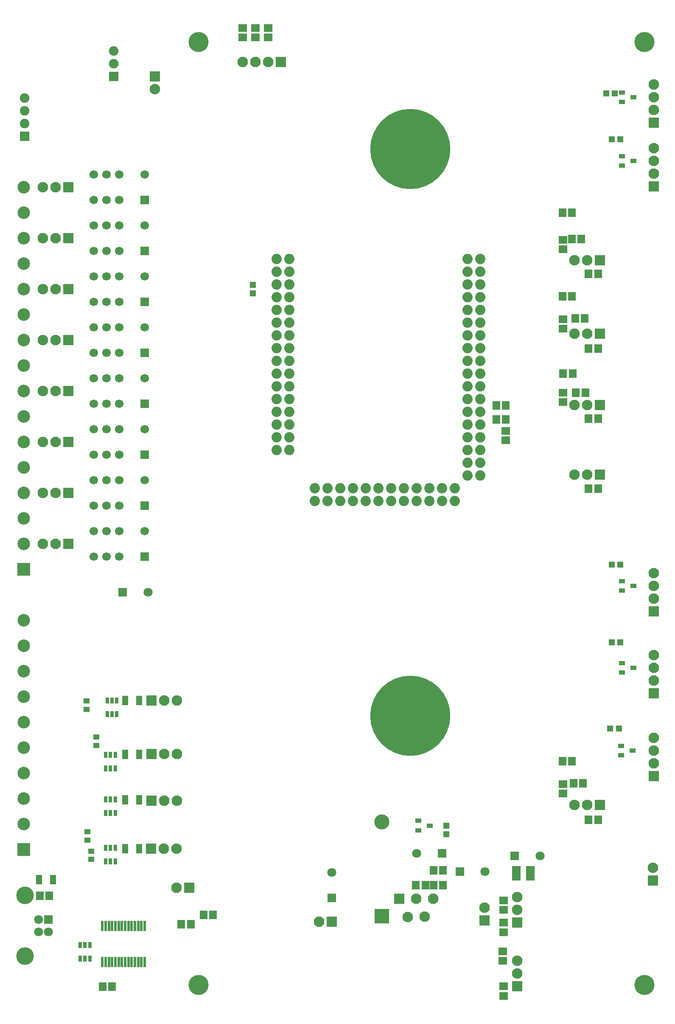
<source format=gbr>
G04 DipTrace 3.3.1.3*
G04 TopMask.gbr*
%MOIN*%
G04 #@! TF.FileFunction,Soldermask,Top*
G04 #@! TF.Part,Single*
%ADD33R,0.066929X0.066929*%
%ADD34C,0.066929*%
%ADD35R,0.074803X0.074803*%
%ADD36C,0.074803*%
%ADD55C,0.15748*%
%ADD56C,0.629921*%
%ADD64C,0.070866*%
%ADD65R,0.031496X0.051181*%
%ADD69C,0.082677*%
%ADD72C,0.080709*%
%ADD74R,0.047244X0.042874*%
%ADD76R,0.047874X0.077874*%
%ADD82R,0.047244X0.051181*%
%ADD84R,0.051181X0.047244*%
%ADD86R,0.049213X0.033465*%
%ADD90C,0.137795*%
%ADD92C,0.070866*%
%ADD94C,0.082677*%
%ADD95R,0.082677X0.082677*%
%ADD96C,0.098425*%
%ADD97R,0.098425X0.098425*%
%ADD98R,0.023622X0.07874*%
%ADD102C,0.11811*%
%ADD104R,0.11811X0.11811*%
%ADD106R,0.070866X0.114173*%
%ADD108R,0.059055X0.066929*%
%ADD110R,0.070866X0.070866*%
%ADD112R,0.066929X0.059055*%
%FSLAX26Y26*%
G04*
G70*
G90*
G75*
G01*
G04 TopMask*
%LPD*%
D112*
X2512451Y8143698D3*
Y8068895D3*
X2612451Y8143698D3*
Y8068895D3*
X2712451Y8143698D3*
Y8068895D3*
X4556201Y818701D3*
Y893504D3*
D64*
X3212450Y1512451D3*
D110*
Y1312451D3*
D64*
X3881201Y1662451D3*
D110*
X4081201D3*
D108*
X4012450Y1412451D3*
X4087253D3*
D64*
X4849951Y1643701D3*
D110*
X4649951D3*
D64*
X1768701Y3712450D3*
D110*
X1568701D3*
D112*
X4562450Y1118701D3*
Y1043898D3*
Y1293701D3*
Y1218898D3*
D106*
X4662450Y1506201D3*
X4772686D3*
D112*
X4562450Y618701D3*
Y543898D3*
D108*
X993701Y1331201D3*
X918898D3*
X1412008Y616190D3*
X1486811D3*
X4506299Y5068799D3*
X4581102D3*
X5231201Y5074950D3*
X5306004D3*
X5187451Y2212451D3*
X5112648D3*
X5231201Y4524950D3*
X5306004D3*
X5206201Y5281201D3*
X5131398D3*
X5231201Y1924950D3*
X5306004D3*
X5174950Y6487451D3*
X5100147D3*
X5231201Y6212450D3*
X5306004D3*
X5199950Y5862450D3*
X5125147D3*
X5231201Y5624950D3*
X5306004D3*
D104*
X3606201Y1168701D3*
D102*
Y1910433D3*
D98*
X1743701Y1093701D3*
X1718110D3*
X1692520D3*
X1666929D3*
X1641339D3*
X1615748D3*
X1590157D3*
X1564567D3*
X1538976D3*
X1513386D3*
X1487795D3*
X1462205D3*
X1436614D3*
X1411024D3*
Y810228D3*
X1436614Y810236D3*
X1462205D3*
X1487795D3*
X1513386D3*
X1538976D3*
X1564567D3*
X1590157D3*
X1615748D3*
X1641339D3*
X1666929D3*
X1692520D3*
X1718110D3*
X1743701D3*
D55*
X2165354Y8031496D3*
X5669291D3*
X2165354Y629921D3*
X5669291D3*
D56*
X3831201Y7193701D3*
Y2743701D3*
D97*
X793701Y1693701D3*
D96*
Y1893701D3*
Y2093701D3*
Y2293701D3*
Y2493701D3*
Y2693701D3*
Y2893701D3*
Y3093701D3*
Y3293701D3*
Y3493701D3*
D35*
X1499950Y7762449D3*
D36*
Y7862449D3*
Y7962449D3*
D35*
X799951Y7293701D3*
D36*
Y7393701D3*
Y7493701D3*
Y7593701D3*
D95*
X2812451Y7874948D3*
D94*
X2712451D3*
X2612451D3*
X2512451D3*
D95*
X5743697Y7399951D3*
D94*
Y7499951D3*
Y7599951D3*
Y7699951D3*
D95*
X5743698Y2268701D3*
D94*
Y2368701D3*
Y2468701D3*
Y2568701D3*
D95*
X1824954Y7762451D3*
D94*
Y7662451D3*
D95*
X5743697Y3562450D3*
D94*
Y3662450D3*
Y3762450D3*
Y3862450D3*
D95*
Y2918701D3*
D94*
Y3018701D3*
Y3118701D3*
Y3218701D3*
D95*
Y6899950D3*
D94*
Y6999950D3*
Y7099950D3*
Y7199950D3*
D95*
X3212450Y1124949D3*
D94*
X3112450D3*
D95*
X4412448Y1137451D3*
D94*
Y1237451D3*
D95*
X2093701Y1393698D3*
D94*
X1993701D3*
D95*
X5321038Y4637451D3*
D94*
X5221038D3*
X5121038D3*
D95*
X5321038Y5182776D3*
D94*
X5221038D3*
X5121038D3*
D95*
X5321038Y6318701D3*
D94*
X5221038D3*
X5121038D3*
D95*
X5321038Y5743701D3*
D94*
X5221038D3*
X5121038D3*
D95*
X5320276Y2043701D3*
D94*
X5220276D3*
X5120276D3*
D95*
X5737450Y1449950D3*
D94*
Y1549950D3*
D95*
X1798377Y2862450D3*
D94*
X1898377D3*
X1998377D3*
D95*
X1798377Y2443701D3*
D94*
X1898377D3*
X1998377D3*
D110*
X987451Y1143701D3*
D92*
Y1045276D3*
X908711D3*
Y1143701D3*
D90*
X802018Y857480D3*
Y1331496D3*
D95*
X1798377Y2074951D3*
D94*
X1898377D3*
X1998377D3*
D95*
X1792126Y1699950D3*
D94*
X1892126D3*
X1992126D3*
D97*
X793701Y3893701D3*
D96*
Y4093701D3*
Y4293701D3*
Y4493701D3*
Y4693701D3*
Y4893701D3*
Y5093701D3*
Y5293701D3*
Y5493701D3*
Y5693701D3*
Y5893701D3*
Y6093701D3*
Y6293701D3*
Y6493701D3*
Y6693701D3*
Y6893701D3*
D95*
X1143701D3*
D94*
X1043701D3*
X943701D3*
D95*
X1143701Y6493701D3*
D94*
X1043701D3*
X943701D3*
D95*
X1143701Y6093701D3*
D94*
X1043701D3*
X943701D3*
D95*
X1143701Y5693701D3*
D94*
X1043701D3*
X943701D3*
D95*
X1143701Y5293701D3*
D94*
X1043701D3*
X943701D3*
D95*
X1143701Y4893701D3*
D94*
X1043701D3*
X943701D3*
D95*
X1143701Y4493701D3*
D94*
X1043701D3*
X943701D3*
D95*
X1143701Y4093701D3*
D94*
X1043701D3*
X943701D3*
D33*
X1743701Y6793701D3*
D34*
X1543701D3*
X1443701D3*
X1343701D3*
X1743701Y6993701D3*
X1543701D3*
X1443701D3*
X1343701D3*
D33*
X1743701Y6393701D3*
D34*
X1543701D3*
X1443701D3*
X1343701D3*
X1743701Y6593701D3*
X1543701D3*
X1443701D3*
X1343701D3*
D33*
X1743701Y5993701D3*
D34*
X1543701D3*
X1443701D3*
X1343701D3*
X1743701Y6193701D3*
X1543701D3*
X1443701D3*
X1343701D3*
D33*
X1743701Y5593701D3*
D34*
X1543701D3*
X1443701D3*
X1343701D3*
X1743701Y5793701D3*
X1543701D3*
X1443701D3*
X1343701D3*
D33*
X1743701Y5193701D3*
D34*
X1543701D3*
X1443701D3*
X1343701D3*
X1743701Y5393701D3*
X1543701D3*
X1443701D3*
X1343701D3*
D33*
X1743701Y4793701D3*
D34*
X1543701D3*
X1443701D3*
X1343701D3*
X1743701Y4993701D3*
X1543701D3*
X1443701D3*
X1343701D3*
D33*
X1743701Y4393701D3*
D34*
X1543701D3*
X1443701D3*
X1343701D3*
X1743701Y4593701D3*
X1543701D3*
X1443701D3*
X1343701D3*
D33*
X1743701Y3993701D3*
D34*
X1543701D3*
X1443701D3*
X1343701D3*
X1743701Y4193701D3*
X1543701D3*
X1443701D3*
X1343701D3*
D110*
X4218701Y1518701D3*
D92*
X4415551D3*
D86*
X5485925Y2506102D3*
Y2431299D3*
X5576476Y2468701D3*
X5492175Y7637353D3*
Y7562550D3*
X5582726Y7599951D3*
X5492175Y3799852D3*
Y3725049D3*
X5582726Y3762450D3*
X5492175Y3156102D3*
Y3081299D3*
X5582726Y3118701D3*
X5492175Y7137352D3*
Y7062549D3*
X5582726Y7099950D3*
X3893701Y1917913D3*
Y1843110D3*
X3984252Y1880512D3*
D84*
X5437451Y7631199D3*
X5370522D3*
D82*
X2593701Y6124950D3*
Y6058021D3*
D84*
X5468701Y2643701D3*
X5401772D3*
X5481201Y7268701D3*
X5414272D3*
X5481201Y3931201D3*
X5414272D3*
X5481201Y3318701D3*
X5414272D3*
D108*
X4012451Y1531201D3*
X4087255D3*
X3874951Y1412451D3*
X3949755D3*
D82*
X4112451Y1811663D3*
Y1878592D3*
D108*
X2206201Y1181201D3*
X2281004D3*
X2031201Y1106201D3*
X2106004D3*
D76*
X1698702Y2863699D3*
X1588584D3*
D74*
X1364201Y2576701D3*
Y2510236D3*
D76*
X912451Y1456201D3*
X1022570D3*
X1698701Y2438701D3*
X1588583D3*
D74*
X1287451Y2793701D3*
Y2860165D3*
D76*
X1698701Y2082450D3*
X1588583D3*
D74*
X1291951Y1766950D3*
Y1833415D3*
D76*
X1698702Y1701199D3*
X1588584D3*
D74*
X1324951Y1681201D3*
Y1614736D3*
D112*
X4581201Y4981201D3*
Y4906398D3*
D108*
X4506201Y5181201D3*
X4581004D3*
D112*
X5031201Y2206201D3*
Y2131398D3*
D108*
X5099950Y2387450D3*
X5025147D3*
D112*
X5031201Y5281201D3*
Y5206398D3*
D108*
X5106201Y5431201D3*
X5031398D3*
D112*
X5031201Y6481201D3*
Y6406398D3*
D108*
X5099950Y6693701D3*
X5025147D3*
D112*
X5031201Y5856201D3*
Y5781398D3*
D108*
X5099950Y6037450D3*
X5025147D3*
D72*
X2881201Y6331201D3*
X2781201D3*
Y6231201D3*
X2881201D3*
Y6131201D3*
X2781201D3*
Y6031201D3*
X2881201D3*
Y5931201D3*
X2781201D3*
Y5831201D3*
X2881201D3*
Y5731201D3*
X2781201D3*
Y5631201D3*
X2881201D3*
Y5531201D3*
X2781201D3*
Y5431201D3*
X2881201D3*
Y5331201D3*
X2781201D3*
Y5231201D3*
X2881201D3*
Y5131201D3*
X2781201D3*
Y5031201D3*
X2881201D3*
Y4931201D3*
X2781201D3*
Y4831201D3*
X2881201D3*
X3081201Y4431201D3*
Y4531201D3*
X3181201Y4431201D3*
Y4531201D3*
X3281201Y4431201D3*
Y4531201D3*
X3381201Y4431201D3*
Y4531201D3*
X3481201Y4431201D3*
Y4531201D3*
X3581201Y4431201D3*
Y4531201D3*
X3681201Y4431201D3*
Y4531201D3*
X3781201Y4431201D3*
Y4531201D3*
X3881201Y4431201D3*
Y4531201D3*
X3981201Y4431201D3*
Y4531201D3*
X4081201Y4431201D3*
Y4531201D3*
X4181201Y4431201D3*
Y4531201D3*
X4381201Y4631201D3*
X4281201D3*
X4381201Y4731201D3*
X4281201D3*
X4381201Y4831201D3*
X4281201D3*
X4381201Y4931201D3*
X4281201D3*
X4381201Y5031201D3*
X4281201D3*
X4381201Y5131201D3*
X4281201D3*
X4381201Y5231201D3*
X4281201D3*
X4381201Y5331201D3*
X4281201D3*
X4381201Y5431201D3*
X4281201D3*
X4381201Y5531201D3*
X4281201D3*
X4381201Y5631201D3*
X4281201D3*
X4381201Y5731201D3*
X4281201D3*
X4381201Y5831201D3*
X4281201D3*
X4381201Y5931201D3*
X4281201D3*
X4381201Y6031201D3*
X4281201D3*
X4381201Y6131201D3*
X4281201D3*
X4381201Y6231201D3*
X4281201D3*
X4381201Y6331201D3*
X4281201D3*
D69*
X4668702Y818701D3*
Y718701D3*
D95*
Y618701D3*
X3743701Y1305413D3*
D94*
X3810630Y1163681D3*
X3877559Y1305413D3*
X3944488Y1167618D3*
X4011417Y1305413D3*
D69*
X4668702Y1318701D3*
Y1218701D3*
D95*
Y1118701D3*
D65*
X1237451Y837451D3*
X1274853D3*
X1312255D3*
Y943751D3*
X1274853D3*
X1237451D3*
X1524951Y2862451D3*
X1487550D3*
X1450148D3*
Y2756152D3*
X1487550D3*
X1524951D3*
X1512451Y2437450D3*
X1475050D3*
X1437648D3*
Y2331151D3*
X1475050D3*
X1512451D3*
Y2087451D3*
X1475050D3*
X1437648D3*
Y1981152D3*
X1475050D3*
X1512451D3*
Y1706201D3*
X1475050D3*
X1437648D3*
Y1599902D3*
X1475050D3*
X1512451D3*
M02*

</source>
